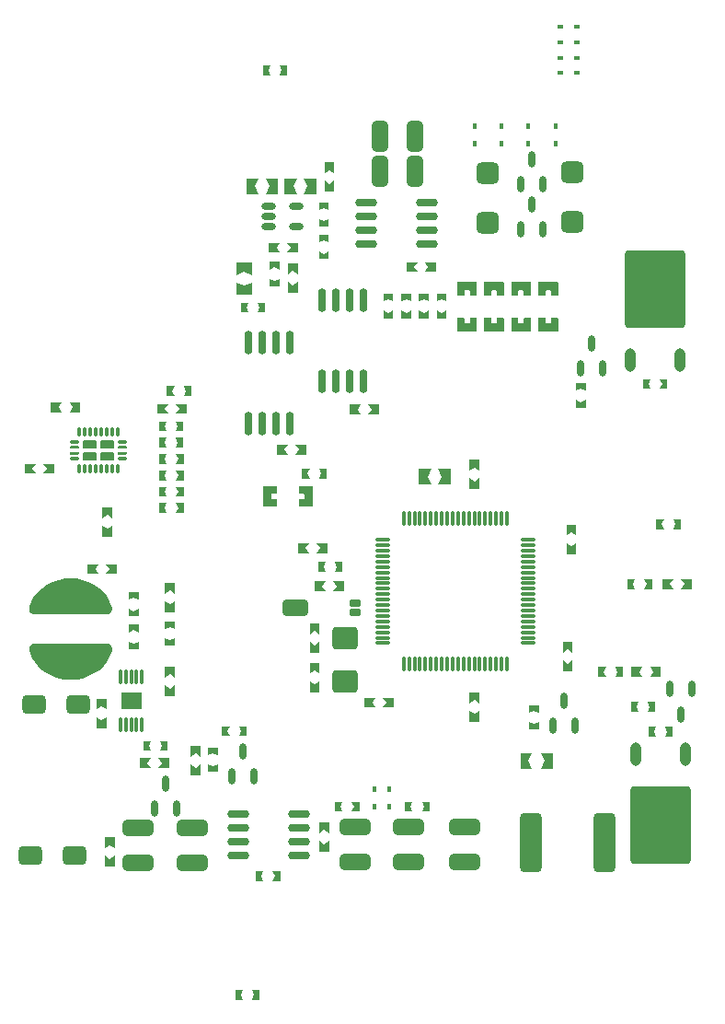
<source format=gtp>
G04 Layer_Color=8421504*
%FSLAX24Y24*%
%MOIN*%
G70*
G01*
G75*
%ADD16O,0.0335X0.0118*%
%ADD17O,0.0118X0.0335*%
%ADD18O,0.0281X0.0591*%
G04:AMPARAMS|DCode=19|XSize=110.2mil|YSize=59.1mil|CornerRadius=14.8mil|HoleSize=0mil|Usage=FLASHONLY|Rotation=0.000|XOffset=0mil|YOffset=0mil|HoleType=Round|Shape=RoundedRectangle|*
%AMROUNDEDRECTD19*
21,1,0.1102,0.0295,0,0,0.0*
21,1,0.0807,0.0591,0,0,0.0*
1,1,0.0295,0.0404,-0.0148*
1,1,0.0295,-0.0404,-0.0148*
1,1,0.0295,-0.0404,0.0148*
1,1,0.0295,0.0404,0.0148*
%
%ADD19ROUNDEDRECTD19*%
%ADD20O,0.0800X0.0295*%
G04:AMPARAMS|DCode=22|XSize=216.5mil|YSize=82.7mil|CornerRadius=20.7mil|HoleSize=0mil|Usage=FLASHONLY|Rotation=90.000|XOffset=0mil|YOffset=0mil|HoleType=Round|Shape=RoundedRectangle|*
%AMROUNDEDRECTD22*
21,1,0.2165,0.0413,0,0,90.0*
21,1,0.1752,0.0827,0,0,90.0*
1,1,0.0413,0.0207,0.0876*
1,1,0.0413,0.0207,-0.0876*
1,1,0.0413,-0.0207,-0.0876*
1,1,0.0413,-0.0207,0.0876*
%
%ADD22ROUNDEDRECTD22*%
G04:AMPARAMS|DCode=23|XSize=21.7mil|YSize=16.5mil|CornerRadius=4.1mil|HoleSize=0mil|Usage=FLASHONLY|Rotation=270.000|XOffset=0mil|YOffset=0mil|HoleType=Round|Shape=RoundedRectangle|*
%AMROUNDEDRECTD23*
21,1,0.0217,0.0083,0,0,270.0*
21,1,0.0134,0.0165,0,0,270.0*
1,1,0.0083,-0.0041,-0.0067*
1,1,0.0083,-0.0041,0.0067*
1,1,0.0083,0.0041,0.0067*
1,1,0.0083,0.0041,-0.0067*
%
%ADD23ROUNDEDRECTD23*%
G04:AMPARAMS|DCode=25|XSize=21.7mil|YSize=16.5mil|CornerRadius=4.1mil|HoleSize=0mil|Usage=FLASHONLY|Rotation=180.000|XOffset=0mil|YOffset=0mil|HoleType=Round|Shape=RoundedRectangle|*
%AMROUNDEDRECTD25*
21,1,0.0217,0.0083,0,0,180.0*
21,1,0.0134,0.0165,0,0,180.0*
1,1,0.0083,-0.0067,0.0041*
1,1,0.0083,0.0067,0.0041*
1,1,0.0083,0.0067,-0.0041*
1,1,0.0083,-0.0067,-0.0041*
%
%ADD25ROUNDEDRECTD25*%
%ADD27O,0.0394X0.0846*%
G04:AMPARAMS|DCode=28|XSize=279.5mil|YSize=218.5mil|CornerRadius=10.9mil|HoleSize=0mil|Usage=FLASHONLY|Rotation=90.000|XOffset=0mil|YOffset=0mil|HoleType=Round|Shape=RoundedRectangle|*
%AMROUNDEDRECTD28*
21,1,0.2795,0.1967,0,0,90.0*
21,1,0.2577,0.2185,0,0,90.0*
1,1,0.0219,0.0983,0.1288*
1,1,0.0219,0.0983,-0.1288*
1,1,0.0219,-0.0983,-0.1288*
1,1,0.0219,-0.0983,0.1288*
%
%ADD28ROUNDEDRECTD28*%
%ADD30O,0.0295X0.0850*%
G04:AMPARAMS|DCode=32|XSize=43.3mil|YSize=23.6mil|CornerRadius=5.9mil|HoleSize=0mil|Usage=FLASHONLY|Rotation=180.000|XOffset=0mil|YOffset=0mil|HoleType=Round|Shape=RoundedRectangle|*
%AMROUNDEDRECTD32*
21,1,0.0433,0.0118,0,0,180.0*
21,1,0.0315,0.0236,0,0,180.0*
1,1,0.0118,-0.0157,0.0059*
1,1,0.0118,0.0157,0.0059*
1,1,0.0118,0.0157,-0.0059*
1,1,0.0118,-0.0157,-0.0059*
%
%ADD32ROUNDEDRECTD32*%
G04:AMPARAMS|DCode=33|XSize=94.5mil|YSize=59.1mil|CornerRadius=14.8mil|HoleSize=0mil|Usage=FLASHONLY|Rotation=180.000|XOffset=0mil|YOffset=0mil|HoleType=Round|Shape=RoundedRectangle|*
%AMROUNDEDRECTD33*
21,1,0.0945,0.0295,0,0,180.0*
21,1,0.0650,0.0591,0,0,180.0*
1,1,0.0295,-0.0325,0.0148*
1,1,0.0295,0.0325,0.0148*
1,1,0.0295,0.0325,-0.0148*
1,1,0.0295,-0.0325,-0.0148*
%
%ADD33ROUNDEDRECTD33*%
G04:AMPARAMS|DCode=34|XSize=90.6mil|YSize=82.7mil|CornerRadius=12.4mil|HoleSize=0mil|Usage=FLASHONLY|Rotation=0.000|XOffset=0mil|YOffset=0mil|HoleType=Round|Shape=RoundedRectangle|*
%AMROUNDEDRECTD34*
21,1,0.0906,0.0579,0,0,0.0*
21,1,0.0657,0.0827,0,0,0.0*
1,1,0.0248,0.0329,-0.0289*
1,1,0.0248,-0.0329,-0.0289*
1,1,0.0248,-0.0329,0.0289*
1,1,0.0248,0.0329,0.0289*
%
%ADD34ROUNDEDRECTD34*%
%ADD35O,0.0118X0.0591*%
%ADD36O,0.0591X0.0118*%
%ADD37O,0.0532X0.0236*%
G04:AMPARAMS|DCode=38|XSize=86.6mil|YSize=68.9mil|CornerRadius=17.2mil|HoleSize=0mil|Usage=FLASHONLY|Rotation=0.000|XOffset=0mil|YOffset=0mil|HoleType=Round|Shape=RoundedRectangle|*
%AMROUNDEDRECTD38*
21,1,0.0866,0.0344,0,0,0.0*
21,1,0.0522,0.0689,0,0,0.0*
1,1,0.0344,0.0261,-0.0172*
1,1,0.0344,-0.0261,-0.0172*
1,1,0.0344,-0.0261,0.0172*
1,1,0.0344,0.0261,0.0172*
%
%ADD38ROUNDEDRECTD38*%
%ADD39O,0.0118X0.0571*%
%ADD40R,0.0728X0.0610*%
G04:AMPARAMS|DCode=42|XSize=110.2mil|YSize=59.1mil|CornerRadius=14.8mil|HoleSize=0mil|Usage=FLASHONLY|Rotation=270.000|XOffset=0mil|YOffset=0mil|HoleType=Round|Shape=RoundedRectangle|*
%AMROUNDEDRECTD42*
21,1,0.1102,0.0295,0,0,270.0*
21,1,0.0807,0.0591,0,0,270.0*
1,1,0.0295,-0.0148,-0.0404*
1,1,0.0295,-0.0148,0.0404*
1,1,0.0295,0.0148,0.0404*
1,1,0.0295,0.0148,-0.0404*
%
%ADD42ROUNDEDRECTD42*%
G04:AMPARAMS|DCode=43|XSize=82.7mil|YSize=78.7mil|CornerRadius=19.7mil|HoleSize=0mil|Usage=FLASHONLY|Rotation=0.000|XOffset=0mil|YOffset=0mil|HoleType=Round|Shape=RoundedRectangle|*
%AMROUNDEDRECTD43*
21,1,0.0827,0.0394,0,0,0.0*
21,1,0.0433,0.0787,0,0,0.0*
1,1,0.0394,0.0217,-0.0197*
1,1,0.0394,-0.0217,-0.0197*
1,1,0.0394,-0.0217,0.0197*
1,1,0.0394,0.0217,0.0197*
%
%ADD43ROUNDEDRECTD43*%
G36*
X48563Y46978D02*
X48287D01*
X48366Y47156D01*
X48287Y47333D01*
X48563D01*
Y46978D01*
D02*
G37*
G36*
X47874Y47156D02*
X47953Y46978D01*
X47677D01*
Y47333D01*
X47953D01*
X47874Y47156D01*
D02*
G37*
G36*
X50266Y43425D02*
X50089Y43543D01*
X49911Y43425D01*
Y43819D01*
X50266D01*
Y43425D01*
D02*
G37*
G36*
Y42756D02*
X49911D01*
Y43150D01*
X50089Y43032D01*
X50266Y43150D01*
Y42756D01*
D02*
G37*
G36*
X49616Y42667D02*
X49163D01*
X49291Y42953D01*
X49163Y43238D01*
X49616D01*
Y42667D01*
D02*
G37*
G36*
X48780Y42953D02*
X48907Y42667D01*
X48455D01*
Y43238D01*
X48907D01*
X48780Y42953D01*
D02*
G37*
G36*
X48228Y42667D02*
X47776D01*
X47904Y42953D01*
X47776Y43238D01*
X48228D01*
Y42667D01*
D02*
G37*
G36*
X47392Y42953D02*
X47520Y42667D01*
X47067D01*
Y43238D01*
X47520D01*
X47392Y42953D01*
D02*
G37*
G36*
X50059Y42096D02*
X49882Y42175D01*
X49705Y42096D01*
Y42372D01*
X50059D01*
Y42096D01*
D02*
G37*
G36*
Y41486D02*
X49705D01*
Y41762D01*
X49882Y41683D01*
X50059Y41762D01*
Y41486D01*
D02*
G37*
G36*
Y40925D02*
X49882Y41004D01*
X49705Y40925D01*
Y41201D01*
X50059D01*
Y40925D01*
D02*
G37*
G36*
X48957Y40551D02*
X48563D01*
X48681Y40728D01*
X48563Y40906D01*
X48957D01*
Y40551D01*
D02*
G37*
G36*
X48169Y40728D02*
X48287Y40551D01*
X47894D01*
Y40906D01*
X48287D01*
X48169Y40728D01*
D02*
G37*
G36*
X50059Y40315D02*
X49705D01*
Y40591D01*
X49882Y40512D01*
X50059Y40591D01*
Y40315D01*
D02*
G37*
G36*
X48268Y39941D02*
X48091Y40019D01*
X47913Y39941D01*
Y40216D01*
X48268D01*
Y39941D01*
D02*
G37*
G36*
X53937Y39852D02*
X53543D01*
X53661Y40030D01*
X53543Y40207D01*
X53937D01*
Y39852D01*
D02*
G37*
G36*
X53150Y40030D02*
X53268Y39852D01*
X52874D01*
Y40207D01*
X53268D01*
X53150Y40030D01*
D02*
G37*
G36*
X48937Y39774D02*
X48760Y39892D01*
X48583Y39774D01*
Y40167D01*
X48937D01*
Y39774D01*
D02*
G37*
G36*
X47283Y39734D02*
X46998Y39862D01*
X46713Y39734D01*
Y40187D01*
X47283D01*
Y39734D01*
D02*
G37*
G36*
X48268Y39331D02*
X47913D01*
Y39606D01*
X48091Y39528D01*
X48268Y39606D01*
Y39331D01*
D02*
G37*
G36*
X48937Y39104D02*
X48583D01*
Y39498D01*
X48760Y39380D01*
X48937Y39498D01*
Y39104D01*
D02*
G37*
G36*
X47283Y39026D02*
X46713D01*
Y39478D01*
X46998Y39350D01*
X47283Y39478D01*
Y39026D01*
D02*
G37*
G36*
X58363Y39490D02*
X58372Y39469D01*
Y39016D01*
X58363Y38995D01*
X58343Y38987D01*
X58140D01*
X58119Y38995D01*
X58110Y39016D01*
Y39154D01*
X58102Y39175D01*
X58081Y39183D01*
X57943D01*
X57922Y39175D01*
X57913Y39154D01*
Y39016D01*
X57905Y38995D01*
X57884Y38987D01*
X57681D01*
X57660Y38995D01*
X57652Y39016D01*
Y39469D01*
X57660Y39490D01*
X57681Y39498D01*
X58343D01*
X58363Y39490D01*
D02*
G37*
G36*
X57379D02*
X57388Y39469D01*
Y39016D01*
X57379Y38995D01*
X57358Y38987D01*
X57156D01*
X57135Y38995D01*
X57126Y39016D01*
Y39154D01*
X57117Y39175D01*
X57096Y39183D01*
X56959D01*
X56938Y39175D01*
X56929Y39154D01*
Y39016D01*
X56920Y38995D01*
X56900Y38987D01*
X56697D01*
X56676Y38995D01*
X56667Y39016D01*
Y39469D01*
X56676Y39490D01*
X56697Y39498D01*
X57358D01*
X57379Y39490D01*
D02*
G37*
G36*
X56395D02*
X56404Y39469D01*
Y39016D01*
X56395Y38995D01*
X56374Y38987D01*
X56171D01*
X56150Y38995D01*
X56142Y39016D01*
Y39154D01*
X56133Y39175D01*
X56112Y39183D01*
X55974D01*
X55954Y39175D01*
X55945Y39154D01*
Y39016D01*
X55936Y38995D01*
X55915Y38987D01*
X55713D01*
X55692Y38995D01*
X55683Y39016D01*
Y39469D01*
X55692Y39490D01*
X55713Y39498D01*
X56374D01*
X56395Y39490D01*
D02*
G37*
G36*
X55420D02*
X55429Y39469D01*
Y39016D01*
X55420Y38995D01*
X55400Y38987D01*
X55197D01*
X55176Y38995D01*
X55167Y39016D01*
Y39154D01*
X55159Y39175D01*
X55138Y39183D01*
X55000D01*
X54979Y39175D01*
X54970Y39154D01*
Y39016D01*
X54962Y38995D01*
X54941Y38987D01*
X54738D01*
X54717Y38995D01*
X54709Y39016D01*
Y39469D01*
X54717Y39490D01*
X54738Y39498D01*
X55400D01*
X55420Y39490D01*
D02*
G37*
G36*
X54321Y38789D02*
X54144Y38868D01*
X53967Y38789D01*
Y39065D01*
X54321D01*
Y38789D01*
D02*
G37*
G36*
X53681D02*
X53504Y38868D01*
X53327Y38789D01*
Y39065D01*
X53681D01*
Y38789D01*
D02*
G37*
G36*
X53051D02*
X52874Y38868D01*
X52697Y38789D01*
Y39065D01*
X53051D01*
Y38789D01*
D02*
G37*
G36*
X52392D02*
X52215Y38868D01*
X52037Y38789D01*
Y39065D01*
X52392D01*
Y38789D01*
D02*
G37*
G36*
X47756Y38386D02*
X47480D01*
X47559Y38563D01*
X47480Y38740D01*
X47756D01*
Y38386D01*
D02*
G37*
G36*
X47067Y38563D02*
X47146Y38386D01*
X46870D01*
Y38740D01*
X47146D01*
X47067Y38563D01*
D02*
G37*
G36*
X54321Y38179D02*
X53967D01*
Y38455D01*
X54144Y38376D01*
X54321Y38455D01*
Y38179D01*
D02*
G37*
G36*
X53681D02*
X53327D01*
Y38455D01*
X53504Y38376D01*
X53681Y38455D01*
Y38179D01*
D02*
G37*
G36*
X53051D02*
X52697D01*
Y38455D01*
X52874Y38376D01*
X53051Y38455D01*
Y38179D01*
D02*
G37*
G36*
X52392D02*
X52037D01*
Y38455D01*
X52215Y38376D01*
X52392Y38455D01*
Y38179D01*
D02*
G37*
G36*
X58363Y38190D02*
X58372Y38169D01*
Y37716D01*
X58363Y37695D01*
X58343Y37687D01*
X57681D01*
X57660Y37695D01*
X57652Y37716D01*
Y38169D01*
X57660Y38190D01*
X57681Y38198D01*
X57884D01*
X57905Y38190D01*
X57913Y38169D01*
Y38031D01*
X57922Y38010D01*
X57943Y38002D01*
X58081D01*
X58102Y38010D01*
X58110Y38031D01*
Y38169D01*
X58119Y38190D01*
X58140Y38198D01*
X58343D01*
X58363Y38190D01*
D02*
G37*
G36*
X57379D02*
X57388Y38169D01*
Y37716D01*
X57379Y37695D01*
X57358Y37687D01*
X56697D01*
X56676Y37695D01*
X56667Y37716D01*
Y38169D01*
X56676Y38190D01*
X56697Y38198D01*
X56900D01*
X56920Y38190D01*
X56929Y38169D01*
Y38031D01*
X56938Y38010D01*
X56959Y38002D01*
X57096D01*
X57117Y38010D01*
X57126Y38031D01*
Y38169D01*
X57135Y38190D01*
X57156Y38198D01*
X57358D01*
X57379Y38190D01*
D02*
G37*
G36*
X56395D02*
X56404Y38169D01*
Y37716D01*
X56395Y37695D01*
X56374Y37687D01*
X55713D01*
X55692Y37695D01*
X55683Y37716D01*
Y38169D01*
X55692Y38190D01*
X55713Y38198D01*
X55915D01*
X55936Y38190D01*
X55945Y38169D01*
Y38031D01*
X55954Y38010D01*
X55974Y38002D01*
X56112D01*
X56133Y38010D01*
X56142Y38031D01*
Y38169D01*
X56150Y38190D01*
X56171Y38198D01*
X56374D01*
X56395Y38190D01*
D02*
G37*
G36*
X55420D02*
X55429Y38169D01*
Y37716D01*
X55420Y37695D01*
X55400Y37687D01*
X54738D01*
X54717Y37695D01*
X54709Y37716D01*
Y38169D01*
X54717Y38190D01*
X54738Y38198D01*
X54941D01*
X54962Y38190D01*
X54970Y38169D01*
Y38031D01*
X54979Y38010D01*
X55000Y38002D01*
X55138D01*
X55159Y38010D01*
X55167Y38031D01*
Y38169D01*
X55176Y38190D01*
X55197Y38198D01*
X55400D01*
X55420Y38190D01*
D02*
G37*
G36*
X62332Y35620D02*
X62057D01*
X62136Y35797D01*
X62057Y35974D01*
X62332D01*
Y35620D01*
D02*
G37*
G36*
X61644Y35797D02*
X61722Y35620D01*
X61447D01*
Y35974D01*
X61722D01*
X61644Y35797D01*
D02*
G37*
G36*
X59370Y35551D02*
X59193Y35630D01*
X59016Y35551D01*
Y35827D01*
X59370D01*
Y35551D01*
D02*
G37*
G36*
X45079Y35364D02*
X44803D01*
X44882Y35541D01*
X44803Y35719D01*
X45079D01*
Y35364D01*
D02*
G37*
G36*
X44390Y35541D02*
X44468Y35364D01*
X44193D01*
Y35719D01*
X44468D01*
X44390Y35541D01*
D02*
G37*
G36*
X59370Y34941D02*
X59016D01*
Y35217D01*
X59193Y35138D01*
X59370Y35217D01*
Y34941D01*
D02*
G37*
G36*
X41063Y34774D02*
X40669D01*
X40787Y34951D01*
X40669Y35128D01*
X41063D01*
Y34774D01*
D02*
G37*
G36*
X40276Y34951D02*
X40394Y34774D01*
X40000D01*
Y35128D01*
X40394D01*
X40276Y34951D01*
D02*
G37*
G36*
X44911Y34715D02*
X44518D01*
X44636Y34892D01*
X44518Y35069D01*
X44911D01*
Y34715D01*
D02*
G37*
G36*
X44124Y34892D02*
X44242Y34715D01*
X43848D01*
Y35069D01*
X44242D01*
X44124Y34892D01*
D02*
G37*
G36*
X51890Y34695D02*
X51496D01*
X51614Y34872D01*
X51496Y35049D01*
X51890D01*
Y34695D01*
D02*
G37*
G36*
X51102Y34872D02*
X51220Y34695D01*
X50827D01*
Y35049D01*
X51220D01*
X51102Y34872D01*
D02*
G37*
G36*
X44793Y34085D02*
X44517D01*
X44596Y34262D01*
X44517Y34439D01*
X44793D01*
Y34085D01*
D02*
G37*
G36*
X44104Y34262D02*
X44183Y34085D01*
X43907D01*
Y34439D01*
X44183D01*
X44104Y34262D01*
D02*
G37*
G36*
X44793Y33494D02*
X44517D01*
X44596Y33671D01*
X44517Y33848D01*
X44793D01*
Y33494D01*
D02*
G37*
G36*
X44104Y33671D02*
X44183Y33494D01*
X43907D01*
Y33848D01*
X44183D01*
X44104Y33671D01*
D02*
G37*
G36*
X42256Y33762D02*
X42278Y33740D01*
X42285Y33711D01*
Y33514D01*
X42278Y33484D01*
X42256Y33463D01*
X42226Y33455D01*
X41833D01*
X41803Y33463D01*
X41782Y33484D01*
X41774Y33514D01*
Y33711D01*
X41782Y33740D01*
X41803Y33762D01*
X41833Y33770D01*
X42226D01*
X42256Y33762D01*
D02*
G37*
G36*
X41626D02*
X41648Y33740D01*
X41656Y33711D01*
Y33514D01*
X41648Y33484D01*
X41626Y33463D01*
X41596Y33455D01*
X41203D01*
X41173Y33463D01*
X41152Y33484D01*
X41144Y33514D01*
Y33711D01*
X41152Y33740D01*
X41173Y33762D01*
X41203Y33770D01*
X41596D01*
X41626Y33762D01*
D02*
G37*
G36*
X42735Y33542D02*
X42750Y33504D01*
X42735Y33466D01*
X42697Y33451D01*
X42461D01*
X42423Y33466D01*
X42407Y33504D01*
X42423Y33542D01*
X42461Y33557D01*
X42697D01*
X42735Y33542D01*
D02*
G37*
G36*
X41002D02*
X41018Y33504D01*
X41002Y33466D01*
X40965Y33451D01*
X40728D01*
X40691Y33466D01*
X40675Y33504D01*
X40691Y33542D01*
X40728Y33557D01*
X40965D01*
X41002Y33542D01*
D02*
G37*
G36*
X49242Y33238D02*
X48848D01*
X48967Y33415D01*
X48848Y33593D01*
X49242D01*
Y33238D01*
D02*
G37*
G36*
X48455Y33415D02*
X48573Y33238D01*
X48179D01*
Y33593D01*
X48573D01*
X48455Y33415D01*
D02*
G37*
G36*
X42735Y33325D02*
X42750Y33287D01*
X42735Y33250D01*
X42697Y33234D01*
X42461D01*
X42423Y33250D01*
X42407Y33287D01*
X42423Y33325D01*
X42461Y33341D01*
X42697D01*
X42735Y33325D01*
D02*
G37*
G36*
X41002D02*
X41018Y33287D01*
X41002Y33250D01*
X40965Y33234D01*
X40728D01*
X40691Y33250D01*
X40675Y33287D01*
X40691Y33325D01*
X40728Y33341D01*
X40965D01*
X41002Y33325D01*
D02*
G37*
G36*
X42256Y33329D02*
X42278Y33307D01*
X42285Y33278D01*
Y33081D01*
X42278Y33051D01*
X42256Y33030D01*
X42226Y33022D01*
X41833D01*
X41803Y33030D01*
X41782Y33051D01*
X41774Y33081D01*
Y33278D01*
X41782Y33307D01*
X41803Y33329D01*
X41833Y33337D01*
X42226D01*
X42256Y33329D01*
D02*
G37*
G36*
X41626D02*
X41648Y33307D01*
X41656Y33278D01*
Y33081D01*
X41648Y33051D01*
X41626Y33030D01*
X41596Y33022D01*
X41203D01*
X41173Y33030D01*
X41152Y33051D01*
X41144Y33081D01*
Y33278D01*
X41152Y33307D01*
X41173Y33329D01*
X41203Y33337D01*
X41596D01*
X41626Y33329D01*
D02*
G37*
G36*
X44803Y32904D02*
X44527D01*
X44606Y33081D01*
X44527Y33258D01*
X44803D01*
Y32904D01*
D02*
G37*
G36*
X44114Y33081D02*
X44193Y32904D01*
X43917D01*
Y33258D01*
X44193D01*
X44114Y33081D01*
D02*
G37*
G36*
X55512Y32657D02*
X55335Y32776D01*
X55157Y32657D01*
Y33051D01*
X55512D01*
Y32657D01*
D02*
G37*
G36*
X40118Y32549D02*
X39724D01*
X39843Y32726D01*
X39724Y32904D01*
X40118D01*
Y32549D01*
D02*
G37*
G36*
X39331Y32726D02*
X39449Y32549D01*
X39055D01*
Y32904D01*
X39449D01*
X39331Y32726D01*
D02*
G37*
G36*
X49980Y32372D02*
X49704D01*
X49783Y32549D01*
X49704Y32726D01*
X49980D01*
Y32372D01*
D02*
G37*
G36*
X49291Y32549D02*
X49370Y32372D01*
X49094D01*
Y32726D01*
X49370D01*
X49291Y32549D01*
D02*
G37*
G36*
X44803Y32313D02*
X44527D01*
X44606Y32490D01*
X44527Y32667D01*
X44803D01*
Y32313D01*
D02*
G37*
G36*
X44114Y32490D02*
X44193Y32313D01*
X43917D01*
Y32667D01*
X44193D01*
X44114Y32490D01*
D02*
G37*
G36*
X55512Y31988D02*
X55157D01*
Y32382D01*
X55335Y32264D01*
X55512Y32382D01*
Y31988D01*
D02*
G37*
G36*
X54478Y32156D02*
X54026D01*
X54154Y32441D01*
X54026Y32726D01*
X54478D01*
Y32156D01*
D02*
G37*
G36*
X53642Y32441D02*
X53770Y32156D01*
X53317D01*
Y32726D01*
X53770D01*
X53642Y32441D01*
D02*
G37*
G36*
X44803Y31722D02*
X44527D01*
X44606Y31900D01*
X44527Y32077D01*
X44803D01*
Y31722D01*
D02*
G37*
G36*
X44114Y31900D02*
X44193Y31722D01*
X43917D01*
Y32077D01*
X44193D01*
X44114Y31900D01*
D02*
G37*
G36*
X49480Y32084D02*
X49489Y32063D01*
Y31402D01*
X49480Y31381D01*
X49459Y31372D01*
X49006D01*
X48985Y31381D01*
X48977Y31402D01*
Y31604D01*
X48985Y31625D01*
X49006Y31634D01*
X49144D01*
X49165Y31643D01*
X49174Y31663D01*
Y31801D01*
X49165Y31822D01*
X49144Y31831D01*
X49006D01*
X48985Y31839D01*
X48977Y31860D01*
Y32063D01*
X48985Y32084D01*
X49006Y32093D01*
X49459D01*
X49480Y32084D01*
D02*
G37*
G36*
X48180D02*
X48189Y32063D01*
Y31860D01*
X48180Y31839D01*
X48159Y31831D01*
X48021D01*
X48000Y31822D01*
X47992Y31801D01*
Y31663D01*
X48000Y31643D01*
X48021Y31634D01*
X48159D01*
X48180Y31625D01*
X48189Y31604D01*
Y31402D01*
X48180Y31381D01*
X48159Y31372D01*
X47706D01*
X47685Y31381D01*
X47677Y31402D01*
Y32063D01*
X47685Y32084D01*
X47706Y32093D01*
X48159D01*
X48180Y32084D01*
D02*
G37*
G36*
X44803Y31132D02*
X44527D01*
X44606Y31309D01*
X44527Y31486D01*
X44803D01*
Y31132D01*
D02*
G37*
G36*
X44114Y31309D02*
X44193Y31132D01*
X43917D01*
Y31486D01*
X44193D01*
X44114Y31309D01*
D02*
G37*
G36*
X42215Y30945D02*
X42037Y31063D01*
X41860Y30945D01*
Y31339D01*
X42215D01*
Y30945D01*
D02*
G37*
G36*
Y30276D02*
X41860D01*
Y30669D01*
X42037Y30551D01*
X42215Y30669D01*
Y30276D01*
D02*
G37*
G36*
X62815Y30541D02*
X62539D01*
X62618Y30719D01*
X62539Y30896D01*
X62815D01*
Y30541D01*
D02*
G37*
G36*
X62126Y30719D02*
X62205Y30541D01*
X61929D01*
Y30896D01*
X62205D01*
X62126Y30719D01*
D02*
G37*
G36*
X59026Y30315D02*
X58848Y30433D01*
X58671Y30315D01*
Y30709D01*
X59026D01*
Y30315D01*
D02*
G37*
G36*
Y29646D02*
X58671D01*
Y30039D01*
X58848Y29921D01*
X59026Y30039D01*
Y29646D01*
D02*
G37*
G36*
X50010Y29675D02*
X49616D01*
X49734Y29852D01*
X49616Y30030D01*
X50010D01*
Y29675D01*
D02*
G37*
G36*
X49222Y29852D02*
X49341Y29675D01*
X48947D01*
Y30030D01*
X49341D01*
X49222Y29852D01*
D02*
G37*
G36*
X50561Y28996D02*
X50285D01*
X50364Y29173D01*
X50285Y29350D01*
X50561D01*
Y28996D01*
D02*
G37*
G36*
X49872Y29173D02*
X49951Y28996D01*
X49675D01*
Y29350D01*
X49951D01*
X49872Y29173D01*
D02*
G37*
G36*
X42392Y28917D02*
X41998D01*
X42116Y29094D01*
X41998Y29272D01*
X42392D01*
Y28917D01*
D02*
G37*
G36*
X41604Y29094D02*
X41722Y28917D01*
X41329D01*
Y29272D01*
X41722D01*
X41604Y29094D01*
D02*
G37*
G36*
X63218Y28376D02*
X62825D01*
X62943Y28553D01*
X62825Y28730D01*
X63218D01*
Y28376D01*
D02*
G37*
G36*
X62431Y28553D02*
X62549Y28376D01*
X62156D01*
Y28730D01*
X62549D01*
X62431Y28553D01*
D02*
G37*
G36*
X61771Y28376D02*
X61496D01*
X61575Y28553D01*
X61496Y28730D01*
X61771D01*
Y28376D01*
D02*
G37*
G36*
X61083Y28553D02*
X61161Y28376D01*
X60886D01*
Y28730D01*
X61161D01*
X61083Y28553D01*
D02*
G37*
G36*
X50620Y28297D02*
X50226D01*
X50344Y28474D01*
X50226Y28652D01*
X50620D01*
Y28297D01*
D02*
G37*
G36*
X49833Y28474D02*
X49951Y28297D01*
X49557D01*
Y28652D01*
X49951D01*
X49833Y28474D01*
D02*
G37*
G36*
X44478Y28209D02*
X44301Y28327D01*
X44124Y28209D01*
Y28602D01*
X44478D01*
Y28209D01*
D02*
G37*
G36*
X43169Y27992D02*
X42992Y28071D01*
X42815Y27992D01*
Y28267D01*
X43169D01*
Y27992D01*
D02*
G37*
G36*
X44478Y27539D02*
X44124D01*
Y27933D01*
X44301Y27815D01*
X44478Y27933D01*
Y27539D01*
D02*
G37*
G36*
X43169Y27382D02*
X42815D01*
Y27657D01*
X42992Y27579D01*
X43169Y27657D01*
Y27382D01*
D02*
G37*
G36*
X40931Y28757D02*
X41149Y28712D01*
X41360Y28640D01*
X41559Y28540D01*
X41743Y28414D01*
X41908Y28265D01*
X41911Y28262D01*
X42016Y28136D01*
X42100Y27994D01*
X42162Y27842D01*
X42203Y27708D01*
X42212Y27635D01*
X42193Y27564D01*
X42150Y27504D01*
X42088Y27465D01*
X42015Y27452D01*
X39410D01*
X39335Y27466D01*
X39272Y27506D01*
X39227Y27567D01*
X39207Y27640D01*
X39216Y27715D01*
X39257Y27845D01*
X39317Y27995D01*
X39400Y28135D01*
X39504Y28260D01*
X39509Y28265D01*
X39674Y28414D01*
X39858Y28540D01*
X40057Y28640D01*
X40268Y28712D01*
X40486Y28757D01*
X40709Y28772D01*
X40931Y28757D01*
D02*
G37*
G36*
X44478Y26929D02*
X44301Y27008D01*
X44124Y26929D01*
Y27205D01*
X44478D01*
Y26929D01*
D02*
G37*
G36*
X43169Y26811D02*
X42992Y26890D01*
X42815Y26811D01*
Y27086D01*
X43169D01*
Y26811D01*
D02*
G37*
G36*
X49724Y26732D02*
X49547Y26850D01*
X49370Y26732D01*
Y27126D01*
X49724D01*
Y26732D01*
D02*
G37*
G36*
X44478Y26319D02*
X44124D01*
Y26595D01*
X44301Y26516D01*
X44478Y26595D01*
Y26319D01*
D02*
G37*
G36*
X43169Y26201D02*
X42815D01*
Y26476D01*
X42992Y26398D01*
X43169Y26476D01*
Y26201D01*
D02*
G37*
G36*
X49724Y26063D02*
X49370D01*
Y26457D01*
X49547Y26339D01*
X49724Y26457D01*
Y26063D01*
D02*
G37*
G36*
X58898Y26073D02*
X58720Y26191D01*
X58543Y26073D01*
Y26467D01*
X58898D01*
Y26073D01*
D02*
G37*
G36*
Y25404D02*
X58543D01*
Y25797D01*
X58720Y25679D01*
X58898Y25797D01*
Y25404D01*
D02*
G37*
G36*
X49724Y25315D02*
X49547Y25433D01*
X49370Y25315D01*
Y25709D01*
X49724D01*
Y25315D01*
D02*
G37*
G36*
X62096Y25197D02*
X61703D01*
X61821Y25374D01*
X61703Y25551D01*
X62096D01*
Y25197D01*
D02*
G37*
G36*
X61309Y25374D02*
X61427Y25197D01*
X61033D01*
Y25551D01*
X61427D01*
X61309Y25374D01*
D02*
G37*
G36*
X60718Y25197D02*
X60443D01*
X60521Y25374D01*
X60443Y25551D01*
X60718D01*
Y25197D01*
D02*
G37*
G36*
X60030Y25374D02*
X60108Y25197D01*
X59833D01*
Y25551D01*
X60108D01*
X60030Y25374D01*
D02*
G37*
G36*
X44478Y25167D02*
X44301Y25285D01*
X44124Y25167D01*
Y25561D01*
X44478D01*
Y25167D01*
D02*
G37*
G36*
X42082Y26393D02*
X42146Y26352D01*
X42191Y26291D01*
X42210Y26218D01*
X42201Y26143D01*
X42161Y26014D01*
X42100Y25863D01*
X42017Y25723D01*
X41913Y25598D01*
X41908Y25594D01*
X41743Y25444D01*
X41559Y25319D01*
X41360Y25219D01*
X41149Y25146D01*
X40931Y25102D01*
X40709Y25087D01*
X40486Y25102D01*
X40268Y25146D01*
X40057Y25219D01*
X39858Y25319D01*
X39674Y25444D01*
X39509Y25594D01*
X39507Y25596D01*
X39401Y25722D01*
X39317Y25864D01*
X39256Y26017D01*
X39214Y26151D01*
X39205Y26224D01*
X39224Y26295D01*
X39268Y26354D01*
X39330Y26393D01*
X39402Y26407D01*
X42008D01*
X42082Y26393D01*
D02*
G37*
G36*
X49724Y24646D02*
X49370D01*
Y25039D01*
X49547Y24921D01*
X49724Y25039D01*
Y24646D01*
D02*
G37*
G36*
X44478Y24498D02*
X44124D01*
Y24892D01*
X44301Y24774D01*
X44478Y24892D01*
Y24498D01*
D02*
G37*
G36*
X55512Y24242D02*
X55335Y24360D01*
X55157Y24242D01*
Y24636D01*
X55512D01*
Y24242D01*
D02*
G37*
G36*
X52421Y24085D02*
X52028D01*
X52146Y24262D01*
X52028Y24439D01*
X52421D01*
Y24085D01*
D02*
G37*
G36*
X51634Y24262D02*
X51752Y24085D01*
X51358D01*
Y24439D01*
X51752D01*
X51634Y24262D01*
D02*
G37*
G36*
X42008Y24016D02*
X41831Y24134D01*
X41654Y24016D01*
Y24409D01*
X42008D01*
Y24016D01*
D02*
G37*
G36*
X61890Y23937D02*
X61614D01*
X61693Y24114D01*
X61614Y24291D01*
X61890D01*
Y23937D01*
D02*
G37*
G36*
X61201Y24114D02*
X61280Y23937D01*
X61004D01*
Y24291D01*
X61280D01*
X61201Y24114D01*
D02*
G37*
G36*
X57667Y23898D02*
X57490Y23976D01*
X57313Y23898D01*
Y24173D01*
X57667D01*
Y23898D01*
D02*
G37*
G36*
X55512Y23573D02*
X55157D01*
Y23967D01*
X55335Y23848D01*
X55512Y23967D01*
Y23573D01*
D02*
G37*
G36*
X42008Y23346D02*
X41654D01*
Y23740D01*
X41831Y23622D01*
X42008Y23740D01*
Y23346D01*
D02*
G37*
G36*
X57667Y23288D02*
X57313D01*
Y23563D01*
X57490Y23484D01*
X57667Y23563D01*
Y23288D01*
D02*
G37*
G36*
X47077Y23051D02*
X46801D01*
X46880Y23228D01*
X46801Y23406D01*
X47077D01*
Y23051D01*
D02*
G37*
G36*
X46388Y23228D02*
X46467Y23051D01*
X46191D01*
Y23406D01*
X46467D01*
X46388Y23228D01*
D02*
G37*
G36*
X62530Y23031D02*
X62254D01*
X62333Y23209D01*
X62254Y23386D01*
X62530D01*
Y23031D01*
D02*
G37*
G36*
X61841Y23209D02*
X61920Y23031D01*
X61644D01*
Y23386D01*
X61920D01*
X61841Y23209D01*
D02*
G37*
G36*
X44222Y22520D02*
X43947D01*
X44026Y22697D01*
X43947Y22874D01*
X44222D01*
Y22520D01*
D02*
G37*
G36*
X43534Y22697D02*
X43612Y22520D01*
X43337D01*
Y22874D01*
X43612D01*
X43534Y22697D01*
D02*
G37*
G36*
X46043Y22362D02*
X45866Y22441D01*
X45689Y22362D01*
Y22638D01*
X46043D01*
Y22362D01*
D02*
G37*
G36*
X45413Y22303D02*
X45236Y22421D01*
X45059Y22303D01*
Y22697D01*
X45413D01*
Y22303D01*
D02*
G37*
G36*
X46043Y21752D02*
X45689D01*
Y22028D01*
X45866Y21949D01*
X46043Y22028D01*
Y21752D01*
D02*
G37*
G36*
X45413Y21634D02*
X45059D01*
Y22028D01*
X45236Y21909D01*
X45413Y22028D01*
Y21634D01*
D02*
G37*
G36*
X44282Y21900D02*
X43888D01*
X44006Y22077D01*
X43888Y22254D01*
X44282D01*
Y21900D01*
D02*
G37*
G36*
X43494Y22077D02*
X43612Y21900D01*
X43218D01*
Y22254D01*
X43612D01*
X43494Y22077D01*
D02*
G37*
G36*
X58169Y21880D02*
X57756D01*
X57884Y22156D01*
X57756Y22431D01*
X58169D01*
Y21880D01*
D02*
G37*
G36*
X57293Y22156D02*
X57421Y21880D01*
X57008D01*
Y22431D01*
X57421D01*
X57293Y22156D01*
D02*
G37*
G36*
X53710Y20325D02*
X53435D01*
X53514Y20502D01*
X53435Y20679D01*
X53710D01*
Y20325D01*
D02*
G37*
G36*
X53022Y20502D02*
X53100Y20325D01*
X52825D01*
Y20679D01*
X53100D01*
X53022Y20502D01*
D02*
G37*
G36*
X51171Y20325D02*
X50896D01*
X50974Y20502D01*
X50896Y20679D01*
X51171D01*
Y20325D01*
D02*
G37*
G36*
X50483Y20502D02*
X50561Y20325D01*
X50286D01*
Y20679D01*
X50561D01*
X50483Y20502D01*
D02*
G37*
G36*
X50069Y19537D02*
X49892Y19656D01*
X49715Y19537D01*
Y19931D01*
X50069D01*
Y19537D01*
D02*
G37*
G36*
Y18868D02*
X49715D01*
Y19262D01*
X49892Y19144D01*
X50069Y19262D01*
Y18868D01*
D02*
G37*
G36*
X42303Y18996D02*
X42126Y19114D01*
X41949Y18996D01*
Y19390D01*
X42303D01*
Y18996D01*
D02*
G37*
G36*
Y18327D02*
X41949D01*
Y18720D01*
X42126Y18602D01*
X42303Y18720D01*
Y18327D01*
D02*
G37*
G36*
X48307Y17805D02*
X48031D01*
X48110Y17982D01*
X48031Y18159D01*
X48307D01*
Y17805D01*
D02*
G37*
G36*
X47618Y17982D02*
X47697Y17805D01*
X47421D01*
Y18159D01*
X47697D01*
X47618Y17982D01*
D02*
G37*
G36*
X47559Y13514D02*
X47283D01*
X47362Y13691D01*
X47283Y13868D01*
X47559D01*
Y13514D01*
D02*
G37*
G36*
X46870Y13691D02*
X46949Y13514D01*
X46673D01*
Y13868D01*
X46949D01*
X46870Y13691D01*
D02*
G37*
D16*
X40846Y33691D02*
D03*
Y33100D02*
D03*
X42579Y33691D02*
D03*
Y33100D02*
D03*
D17*
X41024Y34065D02*
D03*
X41220D02*
D03*
X41417D02*
D03*
X41614D02*
D03*
X41811D02*
D03*
X42008D02*
D03*
X42205D02*
D03*
X42402D02*
D03*
Y32726D02*
D03*
X42205D02*
D03*
X42008D02*
D03*
X41811D02*
D03*
X41614D02*
D03*
X41417D02*
D03*
X41220D02*
D03*
X41024D02*
D03*
D18*
X43760Y20418D02*
D03*
X44560D02*
D03*
X44160Y21328D02*
D03*
X63228Y24749D02*
D03*
X62428D02*
D03*
X62828Y23839D02*
D03*
X47345Y21590D02*
D03*
X46545D02*
D03*
X46945Y22500D02*
D03*
X58169Y23420D02*
D03*
X58969D02*
D03*
X58569Y24330D02*
D03*
X59193Y36363D02*
D03*
X59993D02*
D03*
X59593Y37273D02*
D03*
X57808Y43036D02*
D03*
X57008D02*
D03*
X57408Y43946D02*
D03*
X57808Y41403D02*
D03*
X57008D02*
D03*
X57408Y42313D02*
D03*
D19*
X45118Y19724D02*
D03*
Y18465D02*
D03*
X43159Y19724D02*
D03*
Y18465D02*
D03*
X51033Y18504D02*
D03*
Y19764D02*
D03*
X52963Y18504D02*
D03*
Y19764D02*
D03*
X54980Y18504D02*
D03*
Y19764D02*
D03*
D20*
X46786Y19730D02*
D03*
X48986D02*
D03*
X46786Y20230D02*
D03*
X48986D02*
D03*
X46786Y18730D02*
D03*
Y19230D02*
D03*
X48986D02*
D03*
Y18730D02*
D03*
X53607Y41362D02*
D03*
X51407D02*
D03*
X53607Y40862D02*
D03*
X51407D02*
D03*
X53607Y42362D02*
D03*
Y41862D02*
D03*
X51407D02*
D03*
Y42362D02*
D03*
D22*
X60059Y19213D02*
D03*
X57382D02*
D03*
D23*
X52254Y20502D02*
D03*
Y21132D02*
D03*
X51732Y20502D02*
D03*
Y21132D02*
D03*
X55344Y45118D02*
D03*
Y44488D02*
D03*
X56309Y45118D02*
D03*
Y44488D02*
D03*
X57283Y45118D02*
D03*
Y44488D02*
D03*
X58297Y45118D02*
D03*
Y44488D02*
D03*
D25*
X58435Y48720D02*
D03*
X59065D02*
D03*
X58435Y48159D02*
D03*
X59065D02*
D03*
X58435Y47598D02*
D03*
X59065D02*
D03*
X58435Y47057D02*
D03*
X59065D02*
D03*
D27*
X62787Y36663D02*
D03*
X60992D02*
D03*
X61199Y22392D02*
D03*
X62994D02*
D03*
D28*
X61890Y39222D02*
D03*
X62096Y19833D02*
D03*
D30*
X48665Y34350D02*
D03*
X47665D02*
D03*
X47165D02*
D03*
X48665Y37300D02*
D03*
X47665D02*
D03*
X47165D02*
D03*
X48165Y34350D02*
D03*
Y37300D02*
D03*
X51303Y35896D02*
D03*
X50303D02*
D03*
X49803D02*
D03*
X51303Y38846D02*
D03*
X50303D02*
D03*
X49803D02*
D03*
X50803Y35896D02*
D03*
Y38846D02*
D03*
D32*
X51024Y27874D02*
D03*
Y27520D02*
D03*
D33*
X48839Y27697D02*
D03*
D34*
X50640Y26614D02*
D03*
Y25039D02*
D03*
D35*
X52776Y30925D02*
D03*
X55532D02*
D03*
X55728D02*
D03*
Y25650D02*
D03*
X55532D02*
D03*
X52776D02*
D03*
X55925Y30925D02*
D03*
X56122D02*
D03*
X56319D02*
D03*
X56516D02*
D03*
Y25650D02*
D03*
X56319D02*
D03*
X56122D02*
D03*
X55925D02*
D03*
X52972Y30925D02*
D03*
X53169D02*
D03*
X53366D02*
D03*
X53563D02*
D03*
X53760D02*
D03*
X53957D02*
D03*
X54154D02*
D03*
X54350D02*
D03*
X54547D02*
D03*
X54744D02*
D03*
X54941D02*
D03*
X55138D02*
D03*
X55335D02*
D03*
Y25650D02*
D03*
X55138D02*
D03*
X54941D02*
D03*
X54744D02*
D03*
X54547D02*
D03*
X54350D02*
D03*
X54154D02*
D03*
X53957D02*
D03*
X53760D02*
D03*
X53563D02*
D03*
X53366D02*
D03*
X53169D02*
D03*
X52972D02*
D03*
D36*
X57283Y28386D02*
D03*
Y28189D02*
D03*
X52008D02*
D03*
Y28386D02*
D03*
X57283Y30157D02*
D03*
Y29961D02*
D03*
Y29764D02*
D03*
Y29567D02*
D03*
Y29370D02*
D03*
Y29173D02*
D03*
Y28976D02*
D03*
Y28780D02*
D03*
Y28583D02*
D03*
Y27992D02*
D03*
Y27795D02*
D03*
Y27598D02*
D03*
Y27402D02*
D03*
Y27205D02*
D03*
Y27008D02*
D03*
Y26811D02*
D03*
Y26614D02*
D03*
Y26417D02*
D03*
X52008Y28583D02*
D03*
Y28780D02*
D03*
Y28976D02*
D03*
Y29173D02*
D03*
Y29370D02*
D03*
Y29567D02*
D03*
Y29764D02*
D03*
Y29961D02*
D03*
Y30157D02*
D03*
Y26417D02*
D03*
Y26614D02*
D03*
Y26811D02*
D03*
Y27008D02*
D03*
Y27205D02*
D03*
Y27402D02*
D03*
Y27598D02*
D03*
Y27795D02*
D03*
Y27992D02*
D03*
D37*
X47894Y41860D02*
D03*
X48878Y42234D02*
D03*
X47894D02*
D03*
X48878Y41486D02*
D03*
X47894D02*
D03*
D38*
X40994Y24213D02*
D03*
X39380D02*
D03*
X40856Y18730D02*
D03*
X39242D02*
D03*
D39*
X42510Y23455D02*
D03*
X42707D02*
D03*
X42904D02*
D03*
X43100D02*
D03*
X43297D02*
D03*
Y25187D02*
D03*
X43100D02*
D03*
X42904D02*
D03*
X42707D02*
D03*
X42510D02*
D03*
D40*
X42904Y24321D02*
D03*
D42*
X53179Y44754D02*
D03*
X51919D02*
D03*
X53179Y43504D02*
D03*
X51919D02*
D03*
D43*
X55827Y41634D02*
D03*
Y43445D02*
D03*
X58898Y43465D02*
D03*
Y41654D02*
D03*
M02*

</source>
